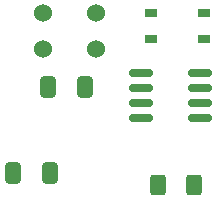
<source format=gbr>
%TF.GenerationSoftware,KiCad,Pcbnew,8.0.6*%
%TF.CreationDate,2024-10-27T16:48:45-04:00*%
%TF.ProjectId,monostable,6d6f6e6f-7374-4616-926c-652e6b696361,rev?*%
%TF.SameCoordinates,Original*%
%TF.FileFunction,Soldermask,Top*%
%TF.FilePolarity,Negative*%
%FSLAX46Y46*%
G04 Gerber Fmt 4.6, Leading zero omitted, Abs format (unit mm)*
G04 Created by KiCad (PCBNEW 8.0.6) date 2024-10-27 16:48:45*
%MOMM*%
%LPD*%
G01*
G04 APERTURE LIST*
G04 Aperture macros list*
%AMRoundRect*
0 Rectangle with rounded corners*
0 $1 Rounding radius*
0 $2 $3 $4 $5 $6 $7 $8 $9 X,Y pos of 4 corners*
0 Add a 4 corners polygon primitive as box body*
4,1,4,$2,$3,$4,$5,$6,$7,$8,$9,$2,$3,0*
0 Add four circle primitives for the rounded corners*
1,1,$1+$1,$2,$3*
1,1,$1+$1,$4,$5*
1,1,$1+$1,$6,$7*
1,1,$1+$1,$8,$9*
0 Add four rect primitives between the rounded corners*
20,1,$1+$1,$2,$3,$4,$5,0*
20,1,$1+$1,$4,$5,$6,$7,0*
20,1,$1+$1,$6,$7,$8,$9,0*
20,1,$1+$1,$8,$9,$2,$3,0*%
G04 Aperture macros list end*
%ADD10RoundRect,0.150000X-0.825000X-0.150000X0.825000X-0.150000X0.825000X0.150000X-0.825000X0.150000X0*%
%ADD11R,0.990600X0.711200*%
%ADD12RoundRect,0.250000X-0.400000X-0.625000X0.400000X-0.625000X0.400000X0.625000X-0.400000X0.625000X0*%
%ADD13C,1.524000*%
%ADD14RoundRect,0.250000X-0.412500X-0.650000X0.412500X-0.650000X0.412500X0.650000X-0.412500X0.650000X0*%
G04 APERTURE END LIST*
D10*
%TO.C,U1*%
X137550000Y-44000000D03*
X137550000Y-45270000D03*
X137550000Y-46540000D03*
X137550000Y-47810000D03*
X142500000Y-47810000D03*
X142500000Y-46540000D03*
X142500000Y-45270000D03*
X142500000Y-44000000D03*
%TD*%
D11*
%TO.C,SW1*%
X138330799Y-38966501D03*
X142830801Y-38966501D03*
X138330799Y-41116499D03*
X142830801Y-41116499D03*
%TD*%
D12*
%TO.C,R1*%
X138950000Y-53500000D03*
X142050000Y-53500000D03*
%TD*%
D13*
%TO.C,J2*%
X129250000Y-41994000D03*
X133750000Y-41994000D03*
%TD*%
%TO.C,J1*%
X129250000Y-38959999D03*
X133750000Y-38959999D03*
%TD*%
D14*
%TO.C,C2*%
X126687500Y-52500000D03*
X129812500Y-52500000D03*
%TD*%
%TO.C,C1*%
X129687500Y-45250000D03*
X132812500Y-45250000D03*
%TD*%
M02*

</source>
